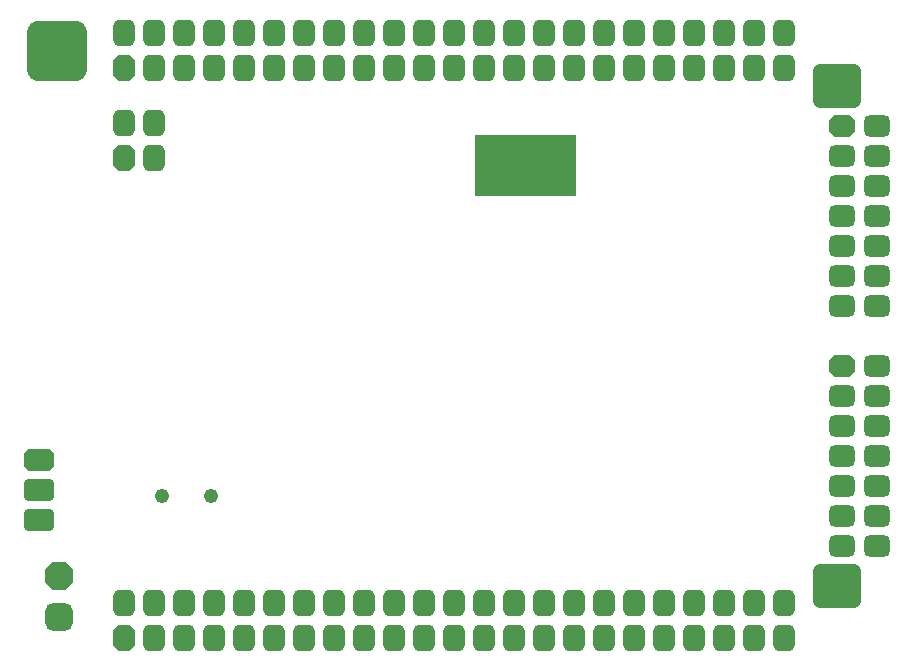
<source format=gbr>
%TF.GenerationSoftware,Altium Limited,Altium Designer,21.5.1 (32)*%
G04 Layer_Color=16711935*
%FSLAX45Y45*%
%MOMM*%
%TF.SameCoordinates,6D93875A-9943-4EB1-8E24-321CDD5DE8D5*%
%TF.FilePolarity,Negative*%
%TF.FileFunction,Soldermask,Bot*%
%TF.Part,Single*%
G01*
G75*
%TA.AperFunction,SMDPad,CuDef*%
G04:AMPARAMS|DCode=115|XSize=1.92mm|YSize=2.62mm|CornerRadius=0mm|HoleSize=0mm|Usage=FLASHONLY|Rotation=270.000|XOffset=0mm|YOffset=0mm|HoleType=Round|Shape=Octagon|*
%AMOCTAGOND115*
4,1,8,1.31000,0.48000,1.31000,-0.48000,0.83000,-0.96000,-0.83000,-0.96000,-1.31000,-0.48000,-1.31000,0.48000,-0.83000,0.96000,0.83000,0.96000,1.31000,0.48000,0.0*
%
%ADD115OCTAGOND115*%

G04:AMPARAMS|DCode=116|XSize=1.92mm|YSize=2.62mm|CornerRadius=0.51mm|HoleSize=0mm|Usage=FLASHONLY|Rotation=270.000|XOffset=0mm|YOffset=0mm|HoleType=Round|Shape=RoundedRectangle|*
%AMROUNDEDRECTD116*
21,1,1.92000,1.60000,0,0,270.0*
21,1,0.90000,2.62000,0,0,270.0*
1,1,1.02000,-0.80000,-0.45000*
1,1,1.02000,-0.80000,0.45000*
1,1,1.02000,0.80000,0.45000*
1,1,1.02000,0.80000,-0.45000*
%
%ADD116ROUNDEDRECTD116*%
%TA.AperFunction,ComponentPad*%
G04:AMPARAMS|DCode=117|XSize=1.82mm|YSize=2.22mm|CornerRadius=0mm|HoleSize=0mm|Usage=FLASHONLY|Rotation=270.000|XOffset=0mm|YOffset=0mm|HoleType=Round|Shape=Octagon|*
%AMOCTAGOND117*
4,1,8,1.11000,0.45500,1.11000,-0.45500,0.65500,-0.91000,-0.65500,-0.91000,-1.11000,-0.45500,-1.11000,0.45500,-0.65500,0.91000,0.65500,0.91000,1.11000,0.45500,0.0*
%
%ADD117OCTAGOND117*%

G04:AMPARAMS|DCode=118|XSize=1.82mm|YSize=2.22mm|CornerRadius=0.485mm|HoleSize=0mm|Usage=FLASHONLY|Rotation=270.000|XOffset=0mm|YOffset=0mm|HoleType=Round|Shape=RoundedRectangle|*
%AMROUNDEDRECTD118*
21,1,1.82000,1.25001,0,0,270.0*
21,1,0.85000,2.22000,0,0,270.0*
1,1,0.97000,-0.62500,-0.42500*
1,1,0.97000,-0.62500,0.42500*
1,1,0.97000,0.62500,0.42500*
1,1,0.97000,0.62500,-0.42500*
%
%ADD118ROUNDEDRECTD118*%
G04:AMPARAMS|DCode=119|XSize=1.82mm|YSize=2.22mm|CornerRadius=0.485mm|HoleSize=0mm|Usage=FLASHONLY|Rotation=0.000|XOffset=0mm|YOffset=0mm|HoleType=Round|Shape=RoundedRectangle|*
%AMROUNDEDRECTD119*
21,1,1.82000,1.25001,0,0,0.0*
21,1,0.85000,2.22000,0,0,0.0*
1,1,0.97000,0.42500,-0.62500*
1,1,0.97000,-0.42500,-0.62500*
1,1,0.97000,-0.42500,0.62500*
1,1,0.97000,0.42500,0.62500*
%
%ADD119ROUNDEDRECTD119*%
G04:AMPARAMS|DCode=120|XSize=1.82mm|YSize=2.22mm|CornerRadius=0mm|HoleSize=0mm|Usage=FLASHONLY|Rotation=0.000|XOffset=0mm|YOffset=0mm|HoleType=Round|Shape=Octagon|*
%AMOCTAGOND120*
4,1,8,-0.45500,1.11000,0.45500,1.11000,0.91000,0.65500,0.91000,-0.65500,0.45500,-1.11000,-0.45500,-1.11000,-0.91000,-0.65500,-0.91000,0.65500,-0.45500,1.11000,0.0*
%
%ADD120OCTAGOND120*%

G04:AMPARAMS|DCode=121|XSize=4.12mm|YSize=3.72mm|CornerRadius=0.6mm|HoleSize=0mm|Usage=FLASHONLY|Rotation=0.000|XOffset=0mm|YOffset=0mm|HoleType=Round|Shape=RoundedRectangle|*
%AMROUNDEDRECTD121*
21,1,4.12000,2.52000,0,0,0.0*
21,1,2.92000,3.72000,0,0,0.0*
1,1,1.20000,1.46000,-1.26000*
1,1,1.20000,-1.46000,-1.26000*
1,1,1.20000,-1.46000,1.26000*
1,1,1.20000,1.46000,1.26000*
%
%ADD121ROUNDEDRECTD121*%
G04:AMPARAMS|DCode=122|XSize=5.12mm|YSize=5.12mm|CornerRadius=1.06mm|HoleSize=0mm|Usage=FLASHONLY|Rotation=0.000|XOffset=0mm|YOffset=0mm|HoleType=Round|Shape=RoundedRectangle|*
%AMROUNDEDRECTD122*
21,1,5.12000,3.00000,0,0,0.0*
21,1,3.00000,5.12000,0,0,0.0*
1,1,2.12000,1.50000,-1.50000*
1,1,2.12000,-1.50000,-1.50000*
1,1,2.12000,-1.50000,1.50000*
1,1,2.12000,1.50000,1.50000*
%
%ADD122ROUNDEDRECTD122*%
G04:AMPARAMS|DCode=123|XSize=2.32mm|YSize=2.32mm|CornerRadius=0.61mm|HoleSize=0mm|Usage=FLASHONLY|Rotation=270.000|XOffset=0mm|YOffset=0mm|HoleType=Round|Shape=RoundedRectangle|*
%AMROUNDEDRECTD123*
21,1,2.32000,1.10000,0,0,270.0*
21,1,1.10000,2.32000,0,0,270.0*
1,1,1.22000,-0.55000,-0.55000*
1,1,1.22000,-0.55000,0.55000*
1,1,1.22000,0.55000,0.55000*
1,1,1.22000,0.55000,-0.55000*
%
%ADD123ROUNDEDRECTD123*%
G04:AMPARAMS|DCode=124|XSize=2.32mm|YSize=2.32mm|CornerRadius=0mm|HoleSize=0mm|Usage=FLASHONLY|Rotation=270.000|XOffset=0mm|YOffset=0mm|HoleType=Round|Shape=Octagon|*
%AMOCTAGOND124*
4,1,8,-0.58000,-1.16000,0.58000,-1.16000,1.16000,-0.58000,1.16000,0.58000,0.58000,1.16000,-0.58000,1.16000,-1.16000,0.58000,-1.16000,-0.58000,-0.58000,-1.16000,0.0*
%
%ADD124OCTAGOND124*%

%TA.AperFunction,ViaPad*%
%ADD125C,1.22000*%
G36*
X5859999Y3914996D02*
X4999999Y3914996D01*
X5000000Y4425853D01*
X5860000Y4425853D01*
X5859999Y3914996D01*
D02*
G37*
D115*
X1310000Y1674000D02*
D03*
D116*
Y1420000D02*
D03*
Y1166000D02*
D03*
D117*
X8108000Y2476800D02*
D03*
Y4508800D02*
D03*
D118*
Y2222800D02*
D03*
Y1968800D02*
D03*
Y1714800D02*
D03*
Y1460800D02*
D03*
Y1206800D02*
D03*
Y952800D02*
D03*
X8402000Y2476800D02*
D03*
Y2222800D02*
D03*
Y1968800D02*
D03*
Y1714800D02*
D03*
Y1460800D02*
D03*
Y1206800D02*
D03*
Y952800D02*
D03*
X8108000Y4254800D02*
D03*
Y4000800D02*
D03*
Y3746800D02*
D03*
Y3492800D02*
D03*
Y3238800D02*
D03*
Y2984800D02*
D03*
X8402000Y4508800D02*
D03*
Y4254800D02*
D03*
Y4000800D02*
D03*
Y3746800D02*
D03*
Y3492800D02*
D03*
Y3238800D02*
D03*
Y2984800D02*
D03*
D119*
X7620000Y464500D02*
D03*
X7366000D02*
D03*
X7112000D02*
D03*
X6858000D02*
D03*
X6604000D02*
D03*
X6350000D02*
D03*
X6096000D02*
D03*
X5842000D02*
D03*
X5588000D02*
D03*
X5334000D02*
D03*
X5080000D02*
D03*
X4826000D02*
D03*
X4572000D02*
D03*
X4318000D02*
D03*
X4064000D02*
D03*
X3810000D02*
D03*
X3556000D02*
D03*
X3302000D02*
D03*
X3048000D02*
D03*
X2794000D02*
D03*
X2540000D02*
D03*
X2286000D02*
D03*
X2032000D02*
D03*
X7620000Y170500D02*
D03*
X7366000D02*
D03*
X7112000D02*
D03*
X6858000D02*
D03*
X6604000D02*
D03*
X6350000D02*
D03*
X6096000D02*
D03*
X5842000D02*
D03*
X5588000D02*
D03*
X5334000D02*
D03*
X5080000D02*
D03*
X4826000D02*
D03*
X4572000D02*
D03*
X4318000D02*
D03*
X4064000D02*
D03*
X3810000D02*
D03*
X3556000D02*
D03*
X3302000D02*
D03*
X3048000D02*
D03*
X2794000D02*
D03*
X2540000D02*
D03*
X2286000D02*
D03*
X7620000Y5290500D02*
D03*
X7366000D02*
D03*
X7112000D02*
D03*
X6858000D02*
D03*
X6604000D02*
D03*
X6350000D02*
D03*
X6096000D02*
D03*
X5842000D02*
D03*
X5588000D02*
D03*
X5334000D02*
D03*
X5080000D02*
D03*
X4826000D02*
D03*
X4572000D02*
D03*
X4318000D02*
D03*
X4064000D02*
D03*
X3810000D02*
D03*
X3556000D02*
D03*
X3302000D02*
D03*
X3048000D02*
D03*
X2794000D02*
D03*
X2540000D02*
D03*
X2286000D02*
D03*
X2032000D02*
D03*
X7620000Y4996500D02*
D03*
X7366000D02*
D03*
X7112000D02*
D03*
X6858000D02*
D03*
X6604000D02*
D03*
X6350000D02*
D03*
X6096000D02*
D03*
X5842000D02*
D03*
X5588000D02*
D03*
X5334000D02*
D03*
X5080000D02*
D03*
X4826000D02*
D03*
X4572000D02*
D03*
X4318000D02*
D03*
X4064000D02*
D03*
X3810000D02*
D03*
X3556000D02*
D03*
X3302000D02*
D03*
X3048000D02*
D03*
X2794000D02*
D03*
X2540000D02*
D03*
X2286000D02*
D03*
X2032000Y4532400D02*
D03*
X2286000D02*
D03*
Y4238400D02*
D03*
D120*
X2032000Y170500D02*
D03*
Y4996500D02*
D03*
Y4238400D02*
D03*
D121*
X8064500Y615000D02*
D03*
Y4846000D02*
D03*
D122*
X1460500Y5143500D02*
D03*
D123*
X1480000Y345000D02*
D03*
D124*
Y695000D02*
D03*
D125*
X2350000Y1370000D02*
D03*
X2770000D02*
D03*
%TF.MD5,5a0c70ab2bd6609fe4a4337f5ca42cd9*%
M02*

</source>
